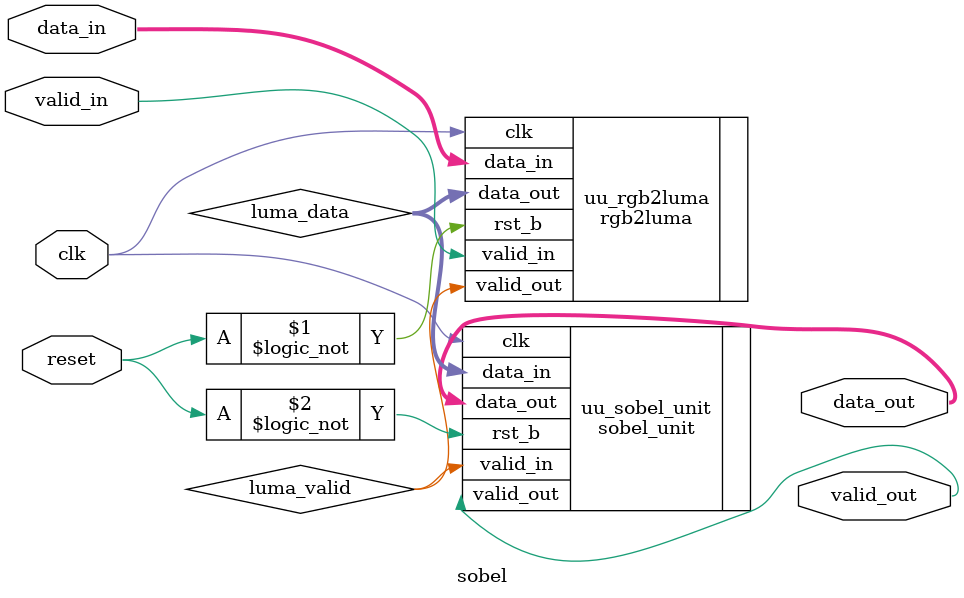
<source format=sv>

module sobel
(
  input  logic         clk,
  input  logic         reset,
  input  logic [511:0] data_in,
  input  logic         valid_in,
  output logic [511:0] data_out,
  output logic         valid_out
);

  logic [127:0] luma_data;
  logic         luma_valid;

  rgb2luma uu_rgb2luma
  (
    .clk       (clk),
    .rst_b     (!reset),
    .data_in   (data_in),
    .valid_in  (valid_in),
    .data_out  (luma_data),
    .valid_out (luma_valid)
  );

  sobel_unit uu_sobel_unit
  (
    .clk       (clk),
    .rst_b     (!reset),
    .data_in   (luma_data),
    .valid_in  (luma_valid),
    .data_out  (data_out),
    .valid_out (valid_out)
  );

endmodule : sobel


</source>
